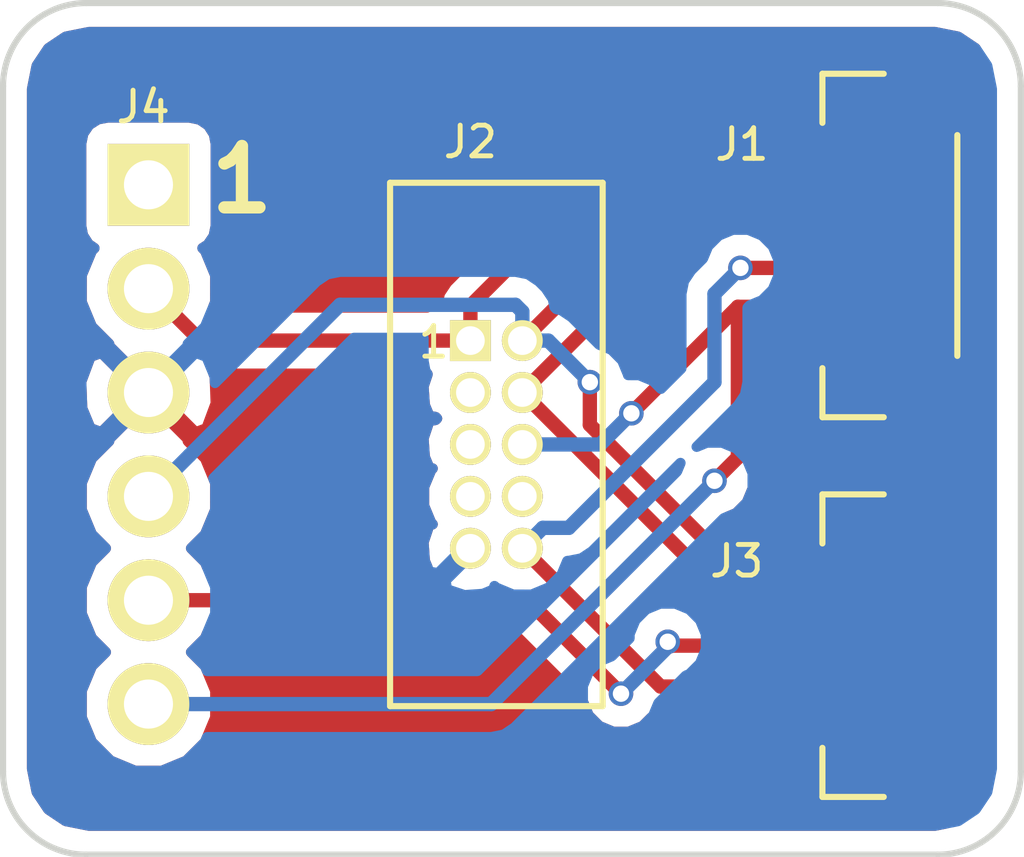
<source format=kicad_pcb>
(kicad_pcb (version 4) (host pcbnew 4.0.0-rc1-stable)

  (general
    (links 19)
    (no_connects 6)
    (area 136.322999 94.158999 161.522 115.137001)
    (thickness 1.6)
    (drawings 11)
    (tracks 52)
    (zones 0)
    (modules 4)
    (nets 9)
  )

  (page A4)
  (layers
    (0 F.Cu signal)
    (31 B.Cu signal)
    (32 B.Adhes user)
    (33 F.Adhes user)
    (34 B.Paste user)
    (35 F.Paste user)
    (36 B.SilkS user)
    (37 F.SilkS user)
    (38 B.Mask user)
    (39 F.Mask user)
    (40 Dwgs.User user)
    (41 Cmts.User user)
    (42 Eco1.User user)
    (43 Eco2.User user)
    (44 Edge.Cuts user)
    (45 Margin user)
    (46 B.CrtYd user)
    (47 F.CrtYd user)
    (48 B.Fab user)
    (49 F.Fab user)
  )

  (setup
    (last_trace_width 0.25)
    (user_trace_width 0.35)
    (trace_clearance 0.2)
    (zone_clearance 0.508)
    (zone_45_only no)
    (trace_min 0.2)
    (segment_width 0.2)
    (edge_width 0.15)
    (via_size 0.6)
    (via_drill 0.4)
    (via_min_size 0.4)
    (via_min_drill 0.3)
    (uvia_size 0.3)
    (uvia_drill 0.1)
    (uvias_allowed no)
    (uvia_min_size 0.2)
    (uvia_min_drill 0.1)
    (pcb_text_width 0.3)
    (pcb_text_size 1.5 1.5)
    (mod_edge_width 0.15)
    (mod_text_size 1 1)
    (mod_text_width 0.15)
    (pad_size 1.524 1.524)
    (pad_drill 0.762)
    (pad_to_mask_clearance 0.2)
    (aux_axis_origin 0 0)
    (visible_elements 7FFFFFFF)
    (pcbplotparams
      (layerselection 0x010f0_80000001)
      (usegerberextensions false)
      (excludeedgelayer true)
      (linewidth 0.100000)
      (plotframeref false)
      (viasonmask false)
      (mode 1)
      (useauxorigin false)
      (hpglpennumber 1)
      (hpglpenspeed 20)
      (hpglpendiameter 15)
      (hpglpenoverlay 2)
      (psnegative false)
      (psa4output false)
      (plotreference true)
      (plotvalue true)
      (plotinvisibletext false)
      (padsonsilk false)
      (subtractmaskfromsilk false)
      (outputformat 1)
      (mirror false)
      (drillshape 0)
      (scaleselection 1)
      (outputdirectory gerbers))
  )

  (net 0 "")
  (net 1 /vcc)
  (net 2 /icspdat/swdio)
  (net 3 /icspclk/swdclk)
  (net 4 /mclr/nreset)
  (net 5 /swo/lvp)
  (net 6 GND)
  (net 7 "Net-(J2-Pad7)")
  (net 8 "Net-(J2-Pad8)")

  (net_class Default "This is the default net class."
    (clearance 0.2)
    (trace_width 0.25)
    (via_dia 0.6)
    (via_drill 0.4)
    (uvia_dia 0.3)
    (uvia_drill 0.1)
    (add_net /icspclk/swdclk)
    (add_net /icspdat/swdio)
    (add_net /mclr/nreset)
    (add_net /swo/lvp)
    (add_net /vcc)
    (add_net GND)
    (add_net "Net-(J2-Pad7)")
    (add_net "Net-(J2-Pad8)")
  )

  (module kicadlib:SMD_JST_6_PIN_VERT (layer F.Cu) (tedit 5642AEA9) (tstamp 56422294)
    (at 156.337 97.663 270)
    (path /564209BA)
    (fp_text reference J1 (at 0.028 1.868 360) (layer F.SilkS)
      (effects (font (size 0.75 0.75) (thickness 0.12)))
    )
    (fp_text value ARM_NOAH_6PIN (at 2.4 -4.4 270) (layer F.Fab)
      (effects (font (size 0.75 0.75) (thickness 0.12)))
    )
    (fp_line (start 5.5 -0.1) (end 6.7 -0.1) (layer F.SilkS) (width 0.15))
    (fp_line (start 6.7 -1.6) (end 6.7 -0.1) (layer F.SilkS) (width 0.15))
    (fp_line (start -1.7 -1.6) (end -1.7 -0.1) (layer F.SilkS) (width 0.15))
    (fp_line (start -0.5 -0.1) (end -1.7 -0.1) (layer F.SilkS) (width 0.15))
    (fp_line (start -0.2 -3.4) (end 5.2 -3.4) (layer F.SilkS) (width 0.15))
    (pad 1 smd rect (at 0 0 270) (size 0.6 1.675) (layers F.Cu F.Paste F.Mask)
      (net 1 /vcc))
    (pad 2 smd rect (at 1 0 270) (size 0.6 1.675) (layers F.Cu F.Paste F.Mask)
      (net 2 /icspdat/swdio))
    (pad 3 smd rect (at 2 0 270) (size 0.6 1.675) (layers F.Cu F.Paste F.Mask)
      (net 3 /icspclk/swdclk))
    (pad 4 smd rect (at 3 0 270) (size 0.6 1.675) (layers F.Cu F.Paste F.Mask)
      (net 4 /mclr/nreset))
    (pad 5 smd rect (at 4 0 270) (size 0.6 1.675) (layers F.Cu F.Paste F.Mask)
      (net 5 /swo/lvp))
    (pad 6 smd rect (at 5 0 270) (size 0.6 1.675) (layers F.Cu F.Paste F.Mask)
      (net 6 GND))
    (pad "" smd rect (at 6.1 -2.8 270) (size 1.2 1.8) (layers F.Cu F.Paste F.Mask))
    (pad "" smd rect (at -1.1 -2.8 270) (size 1.2 1.8) (layers F.Cu F.Paste F.Mask))
    (model ${KIPRJMOD}/kicadlib/kicadlib.pretty/models/SMD_6_PIN_JST_VERT.wrl
      (at (xyz 0.099 0.1 0))
      (scale (xyz 0.39 0.39 0.39))
      (rotate (xyz -90 0 0))
    )
  )

  (module kicadlib:ARM_10_PIN (layer F.Cu) (tedit 563F468F) (tstamp 564222A7)
    (at 148.463 105.029)
    (path /5638E4A4)
    (fp_text reference J2 (at -0.635 -7.4) (layer F.SilkS)
      (effects (font (size 0.75 0.75) (thickness 0.12)))
    )
    (fp_text value ARM_10PIN (at -0.635 7.3) (layer F.Fab)
      (effects (font (size 0.75 0.75) (thickness 0.12)))
    )
    (fp_line (start -2.6 -6.4) (end 2.6 -6.4) (layer F.SilkS) (width 0.15))
    (fp_line (start -2.6 6.4) (end -2.6 -6.4) (layer F.SilkS) (width 0.15))
    (fp_line (start 2.6 6.4) (end -2.6 6.4) (layer F.SilkS) (width 0.15))
    (fp_line (start 2.6 -6.4) (end 2.6 6.4) (layer F.SilkS) (width 0.15))
    (fp_text user 1 (at -1.535 -2.5) (layer F.SilkS)
      (effects (font (size 0.75 0.75) (thickness 0.12)))
    )
    (pad 1 thru_hole rect (at -0.635 -2.54) (size 1 1) (drill 0.70104) (layers *.Cu *.Mask F.SilkS)
      (net 1 /vcc))
    (pad 2 thru_hole circle (at 0.635 -2.54) (size 1 1) (drill 0.70104) (layers *.Cu *.Mask F.SilkS)
      (net 2 /icspdat/swdio))
    (pad 3 thru_hole circle (at -0.635 -1.27) (size 1 1) (drill 0.70104) (layers *.Cu *.Mask F.SilkS)
      (net 6 GND))
    (pad 4 thru_hole circle (at 0.635 -1.27) (size 1 1) (drill 0.70104) (layers *.Cu *.Mask F.SilkS)
      (net 3 /icspclk/swdclk))
    (pad 5 thru_hole circle (at -0.635 0) (size 1 1) (drill 0.70104) (layers *.Cu *.Mask F.SilkS)
      (net 6 GND))
    (pad 6 thru_hole circle (at 0.635 0) (size 1 1) (drill 0.70104) (layers *.Cu *.Mask F.SilkS)
      (net 5 /swo/lvp))
    (pad 7 thru_hole circle (at -0.635 1.27) (size 1 1) (drill 0.70104) (layers *.Cu *.Mask F.SilkS)
      (net 7 "Net-(J2-Pad7)"))
    (pad 8 thru_hole circle (at 0.635 1.27) (size 1 1) (drill 0.70104) (layers *.Cu *.Mask F.SilkS)
      (net 8 "Net-(J2-Pad8)"))
    (pad 9 thru_hole circle (at -0.635 2.54) (size 1 1) (drill 0.70104) (layers *.Cu *.Mask F.SilkS)
      (net 6 GND))
    (pad 10 thru_hole circle (at 0.635 2.54) (size 1 1) (drill 0.70104) (layers *.Cu *.Mask F.SilkS)
      (net 4 /mclr/nreset))
    (model ${KIPRJMOD}/kicadlib/kicadlib.pretty/models/ARM_10_PIN_TH_SHRD.wrl
      (at (xyz -0.102 -0.25 0))
      (scale (xyz 0.395 0.4 0.4))
      (rotate (xyz 0 0 -90))
    )
  )

  (module kicadlib:SMD_JST_5_PIN_VERT (layer F.Cu) (tedit 5642AEAC) (tstamp 564222B6)
    (at 156.337 107.95 270)
    (path /563A3135)
    (fp_text reference J3 (at -0.066 1.995 360) (layer F.SilkS)
      (effects (font (size 0.75 0.75) (thickness 0.12)))
    )
    (fp_text value ARM_NOAH_5PIN (at 2.4 -4.4 270) (layer F.Fab)
      (effects (font (size 0.75 0.75) (thickness 0.12)))
    )
    (fp_line (start 4.5 -0.1) (end 5.7 -0.1) (layer F.SilkS) (width 0.15))
    (fp_line (start 5.7 -1.6) (end 5.7 -0.1) (layer F.SilkS) (width 0.15))
    (fp_line (start -1.7 -1.6) (end -1.7 -0.1) (layer F.SilkS) (width 0.15))
    (fp_line (start -0.5 -0.1) (end -1.7 -0.1) (layer F.SilkS) (width 0.15))
    (pad 1 smd rect (at 0 0 270) (size 0.6 1.675) (layers F.Cu F.Paste F.Mask)
      (net 1 /vcc))
    (pad 2 smd rect (at 1 0 270) (size 0.6 1.675) (layers F.Cu F.Paste F.Mask)
      (net 2 /icspdat/swdio))
    (pad 3 smd rect (at 2 0 270) (size 0.6 1.675) (layers F.Cu F.Paste F.Mask)
      (net 3 /icspclk/swdclk))
    (pad 4 smd rect (at 3 0 270) (size 0.6 1.675) (layers F.Cu F.Paste F.Mask)
      (net 4 /mclr/nreset))
    (pad 5 smd rect (at 4 0 270) (size 0.6 1.675) (layers F.Cu F.Paste F.Mask)
      (net 6 GND))
    (pad "" smd rect (at 5.1 -2.8 270) (size 1.2 1.8) (layers F.Cu F.Paste F.Mask))
    (pad "" smd rect (at -1.1 -2.8 270) (size 1.2 1.8) (layers F.Cu F.Paste F.Mask))
    (model ${KIPRJMOD}/kicadlib/kicadlib.pretty/models/SMD_5_PIN_JST_VERT.wrl
      (at (xyz 0.078 0.1 0))
      (scale (xyz 0.39 0.39 0.39))
      (rotate (xyz -90 0 0))
    )
  )

  (module kicadlib:TH_6X1_HDR (layer F.Cu) (tedit 5642AEA2) (tstamp 5642B813)
    (at 139.954 98.679 270)
    (path /563A32E2)
    (fp_text reference J4 (at -1.905 0.127 360) (layer F.SilkS)
      (effects (font (size 0.75 0.75) (thickness 0.12)))
    )
    (fp_text value PICKIT_HDR (at 14.986 0 360) (layer F.Fab)
      (effects (font (size 0.75 0.75) (thickness 0.12)))
    )
    (pad 1 thru_hole rect (at 0 0 270) (size 2 2) (drill 1.2) (layers *.Cu *.Mask F.SilkS)
      (net 4 /mclr/nreset))
    (pad 2 thru_hole circle (at 2.54 0 270) (size 2 2) (drill 1.2) (layers *.Cu *.Mask F.SilkS)
      (net 1 /vcc))
    (pad 3 thru_hole circle (at 5.08 0 270) (size 2 2) (drill 1.2) (layers *.Cu *.Mask F.SilkS)
      (net 6 GND))
    (pad 4 thru_hole circle (at 7.62 0 270) (size 2 2) (drill 1.2) (layers *.Cu *.Mask F.SilkS)
      (net 2 /icspdat/swdio))
    (pad 5 thru_hole circle (at 10.16 0 270) (size 2 2) (drill 1.2) (layers *.Cu *.Mask F.SilkS)
      (net 3 /icspclk/swdclk))
    (pad 6 thru_hole circle (at 12.7 0 270) (size 2 2) (drill 1.2) (layers *.Cu *.Mask F.SilkS)
      (net 5 /swo/lvp))
    (model ${KIPRJMOD}/kicadlib/kicadlib.pretty/models/TH_6_PIN_HDR.wrl
      (at (xyz -0.1 0 0.1))
      (scale (xyz 0.395 0.395 0.395))
      (rotate (xyz -90 0 0))
    )
  )

  (gr_text "JST PROG ADAPT V1" (at 148.082 113.538) (layer F.Mask)
    (effects (font (size 1 1) (thickness 0.15)))
  )
  (gr_text 1 (at 142.24 98.552) (layer F.SilkS)
    (effects (font (size 1.5 1.5) (thickness 0.3)))
  )
  (gr_text "github.com/noahp/jpa\nv1" (at 157.734 104.648 270) (layer B.Mask)
    (effects (font (size 1 1) (thickness 0.15)) (justify mirror))
  )
  (gr_line (start 136.398 113.03) (end 136.398 96.266) (angle 90) (layer Edge.Cuts) (width 0.15))
  (gr_line (start 159.258 115.062) (end 138.43 115.062) (angle 90) (layer Edge.Cuts) (width 0.15))
  (gr_line (start 161.29 96.266) (end 161.29 113.03) (angle 90) (layer Edge.Cuts) (width 0.15))
  (gr_arc (start 138.43 113.03) (end 138.43 115.062) (angle 90) (layer Edge.Cuts) (width 0.15))
  (gr_arc (start 159.258 113.03) (end 161.29 113.03) (angle 90) (layer Edge.Cuts) (width 0.15))
  (gr_line (start 159.258 94.234) (end 138.43 94.234) (angle 90) (layer Edge.Cuts) (width 0.15))
  (gr_arc (start 159.258 96.266) (end 159.258 94.234) (angle 90) (layer Edge.Cuts) (width 0.15))
  (gr_arc (start 138.43 96.266) (end 136.398 96.266) (angle 90) (layer Edge.Cuts) (width 0.15))

  (segment (start 147.828 102.489) (end 147.828 101.639) (width 0.35) (layer F.Cu) (net 1))
  (segment (start 147.828 101.639) (end 151.804 97.663) (width 0.35) (layer F.Cu) (net 1))
  (segment (start 151.804 97.663) (end 155.1495 97.663) (width 0.35) (layer F.Cu) (net 1))
  (segment (start 155.1495 97.663) (end 156.337 97.663) (width 0.35) (layer F.Cu) (net 1))
  (segment (start 139.954 101.219) (end 141.224 102.489) (width 0.35) (layer F.Cu) (net 1))
  (segment (start 141.224 102.489) (end 147.828 102.489) (width 0.35) (layer F.Cu) (net 1))
  (segment (start 149.098 102.489) (end 149.098 101.781894) (width 0.35) (layer B.Cu) (net 2))
  (segment (start 149.098 101.781894) (end 148.930105 101.613999) (width 0.35) (layer B.Cu) (net 2))
  (segment (start 148.930105 101.613999) (end 144.639001 101.613999) (width 0.35) (layer B.Cu) (net 2))
  (segment (start 144.639001 101.613999) (end 140.953999 105.299001) (width 0.35) (layer B.Cu) (net 2))
  (segment (start 140.953999 105.299001) (end 139.954 106.299) (width 0.35) (layer B.Cu) (net 2))
  (segment (start 150.749 103.505) (end 150.749 104.5495) (width 0.35) (layer F.Cu) (net 2))
  (segment (start 150.749 104.5495) (end 155.1495 108.95) (width 0.35) (layer F.Cu) (net 2))
  (segment (start 155.1495 108.95) (end 156.337 108.95) (width 0.35) (layer F.Cu) (net 2))
  (segment (start 149.098 102.489) (end 149.733 102.489) (width 0.35) (layer B.Cu) (net 2))
  (segment (start 149.733 102.489) (end 150.749 103.505) (width 0.35) (layer B.Cu) (net 2))
  (via (at 150.749 103.505) (size 0.6) (drill 0.4) (layers F.Cu B.Cu) (net 2))
  (segment (start 149.098 102.489) (end 152.924 98.663) (width 0.35) (layer F.Cu) (net 2))
  (segment (start 152.924 98.663) (end 156.337 98.663) (width 0.35) (layer F.Cu) (net 2))
  (segment (start 151.511 111.125) (end 149.225 108.839) (width 0.35) (layer F.Cu) (net 3))
  (segment (start 149.225 108.839) (end 139.954 108.839) (width 0.35) (layer F.Cu) (net 3))
  (segment (start 152.654 109.855) (end 152.654 109.982) (width 0.35) (layer B.Cu) (net 3))
  (segment (start 152.654 109.982) (end 151.511 111.125) (width 0.35) (layer B.Cu) (net 3))
  (via (at 151.511 111.125) (size 0.6) (drill 0.4) (layers F.Cu B.Cu) (net 3))
  (segment (start 156.337 109.95) (end 152.749 109.95) (width 0.35) (layer F.Cu) (net 3))
  (segment (start 152.749 109.95) (end 152.654 109.855) (width 0.35) (layer F.Cu) (net 3))
  (via (at 152.654 109.855) (size 0.6) (drill 0.4) (layers F.Cu B.Cu) (net 3))
  (segment (start 149.098 103.759) (end 153.194 99.663) (width 0.35) (layer F.Cu) (net 3))
  (segment (start 153.194 99.663) (end 156.337 99.663) (width 0.35) (layer F.Cu) (net 3))
  (segment (start 156.305 99.695) (end 156.337 99.663) (width 0.35) (layer F.Cu) (net 3))
  (segment (start 149.098 103.759) (end 155.289 109.95) (width 0.35) (layer F.Cu) (net 3))
  (segment (start 155.289 109.95) (end 156.337 109.95) (width 0.35) (layer F.Cu) (net 3))
  (segment (start 154.432 100.711) (end 156.289 100.711) (width 0.35) (layer F.Cu) (net 4))
  (segment (start 156.289 100.711) (end 156.337 100.663) (width 0.35) (layer F.Cu) (net 4))
  (segment (start 153.797 103.505) (end 153.797 101.346) (width 0.35) (layer B.Cu) (net 4))
  (segment (start 153.797 101.346) (end 154.432 100.711) (width 0.35) (layer B.Cu) (net 4))
  (via (at 154.432 100.711) (size 0.6) (drill 0.4) (layers F.Cu B.Cu) (net 4))
  (segment (start 150.232999 107.069001) (end 153.797 103.505) (width 0.35) (layer B.Cu) (net 4))
  (segment (start 149.098 107.569) (end 149.597999 107.069001) (width 0.35) (layer B.Cu) (net 4))
  (segment (start 149.597999 107.069001) (end 150.232999 107.069001) (width 0.35) (layer B.Cu) (net 4))
  (segment (start 149.098 107.569) (end 152.479 110.95) (width 0.35) (layer F.Cu) (net 4))
  (segment (start 152.479 110.95) (end 156.337 110.95) (width 0.35) (layer F.Cu) (net 4))
  (segment (start 153.797 105.918) (end 148.336 111.379) (width 0.35) (layer B.Cu) (net 5))
  (segment (start 148.336 111.379) (end 139.954 111.379) (width 0.35) (layer B.Cu) (net 5))
  (segment (start 154.369 101.663) (end 154.369 105.346) (width 0.35) (layer F.Cu) (net 5))
  (segment (start 154.369 105.346) (end 153.797 105.918) (width 0.35) (layer F.Cu) (net 5))
  (via (at 153.797 105.918) (size 0.6) (drill 0.4) (layers F.Cu B.Cu) (net 5))
  (segment (start 151.765 104.267) (end 154.369 101.663) (width 0.35) (layer F.Cu) (net 5))
  (segment (start 154.369 101.663) (end 156.337 101.663) (width 0.35) (layer F.Cu) (net 5))
  (segment (start 149.098 105.029) (end 151.003 105.029) (width 0.35) (layer B.Cu) (net 5))
  (segment (start 151.003 105.029) (end 151.765 104.267) (width 0.35) (layer B.Cu) (net 5))
  (via (at 151.765 104.267) (size 0.6) (drill 0.4) (layers F.Cu B.Cu) (net 5))

  (zone (net 6) (net_name GND) (layer F.Cu) (tstamp 5642B8C6) (hatch edge 0.508)
    (connect_pads (clearance 0.508))
    (min_thickness 0.254)
    (fill yes (arc_segments 16) (thermal_gap 0.508) (thermal_bridge_width 0.508))
    (polygon
      (pts
        (xy 161.29 115.062) (xy 136.398 115.062) (xy 136.398 94.234) (xy 161.29 94.234) (xy 161.29 115.062)
      )
    )
    (filled_polygon
      (pts
        (xy 159.758585 95.057482) (xy 160.182961 95.341042) (xy 160.18611 95.345756) (xy 160.037 95.31556) (xy 158.237 95.31556)
        (xy 158.001683 95.359838) (xy 157.785559 95.49891) (xy 157.640569 95.71111) (xy 157.58956 95.963) (xy 157.58956 96.878058)
        (xy 157.42639 96.766569) (xy 157.1745 96.71556) (xy 155.4995 96.71556) (xy 155.264183 96.759838) (xy 155.119405 96.853)
        (xy 151.804 96.853) (xy 151.494026 96.914658) (xy 151.362635 97.002451) (xy 151.231243 97.090244) (xy 147.255244 101.066244)
        (xy 147.079658 101.329026) (xy 147.064787 101.403789) (xy 146.876559 101.52491) (xy 146.771274 101.679) (xy 141.559513 101.679)
        (xy 141.541022 101.660509) (xy 141.588716 101.545648) (xy 141.589284 100.895205) (xy 141.340894 100.294057) (xy 141.274379 100.227426)
        (xy 141.405441 100.14309) (xy 141.550431 99.93089) (xy 141.60144 99.679) (xy 141.60144 97.679) (xy 141.557162 97.443683)
        (xy 141.41809 97.227559) (xy 141.20589 97.082569) (xy 140.954 97.03156) (xy 138.954 97.03156) (xy 138.718683 97.075838)
        (xy 138.502559 97.21491) (xy 138.357569 97.42711) (xy 138.30656 97.679) (xy 138.30656 99.679) (xy 138.350838 99.914317)
        (xy 138.48991 100.130441) (xy 138.632561 100.22791) (xy 138.568722 100.291637) (xy 138.319284 100.892352) (xy 138.318716 101.542795)
        (xy 138.567106 102.143943) (xy 138.993978 102.571562) (xy 138.981073 102.606468) (xy 139.954 103.579395) (xy 139.968143 103.565253)
        (xy 140.147748 103.744858) (xy 140.133605 103.759) (xy 141.106532 104.731927) (xy 141.373387 104.633264) (xy 141.599908 104.023539)
        (xy 141.575856 103.37354) (xy 141.544981 103.299) (xy 146.772895 103.299) (xy 146.780845 103.311355) (xy 146.679888 103.613972)
        (xy 146.711783 104.064375) (xy 146.822783 104.332352) (xy 146.978662 104.35927) (xy 147.013392 104.394) (xy 146.978662 104.42873)
        (xy 146.822783 104.455648) (xy 146.679888 104.883972) (xy 146.711783 105.334375) (xy 146.822783 105.602352) (xy 146.905092 105.616566)
        (xy 146.866355 105.655235) (xy 146.693197 106.072244) (xy 146.692803 106.523775) (xy 146.865233 106.941086) (xy 146.905449 106.981373)
        (xy 146.822783 106.995648) (xy 146.679888 107.423972) (xy 146.711783 107.874375) (xy 146.775831 108.029) (xy 141.388388 108.029)
        (xy 141.340894 107.914057) (xy 140.996241 107.568801) (xy 141.339278 107.226363) (xy 141.588716 106.625648) (xy 141.589284 105.975205)
        (xy 141.340894 105.374057) (xy 140.914022 104.946438) (xy 140.926927 104.911532) (xy 139.954 103.938605) (xy 138.981073 104.911532)
        (xy 138.994164 104.946938) (xy 138.568722 105.371637) (xy 138.319284 105.972352) (xy 138.318716 106.622795) (xy 138.567106 107.223943)
        (xy 138.911759 107.569199) (xy 138.568722 107.911637) (xy 138.319284 108.512352) (xy 138.318716 109.162795) (xy 138.567106 109.763943)
        (xy 138.911759 110.109199) (xy 138.568722 110.451637) (xy 138.319284 111.052352) (xy 138.318716 111.702795) (xy 138.567106 112.303943)
        (xy 139.026637 112.764278) (xy 139.627352 113.013716) (xy 140.277795 113.014284) (xy 140.878943 112.765894) (xy 141.339278 112.306363)
        (xy 141.368599 112.23575) (xy 154.8645 112.23575) (xy 154.8645 112.376309) (xy 154.961173 112.609698) (xy 155.139801 112.788327)
        (xy 155.37319 112.885) (xy 156.05125 112.885) (xy 156.21 112.72625) (xy 156.21 112.077) (xy 155.02325 112.077)
        (xy 154.8645 112.23575) (xy 141.368599 112.23575) (xy 141.588716 111.705648) (xy 141.589284 111.055205) (xy 141.340894 110.454057)
        (xy 140.996241 110.108801) (xy 141.339278 109.766363) (xy 141.388011 109.649) (xy 148.889488 109.649) (xy 150.593571 111.353084)
        (xy 150.717883 111.653943) (xy 150.980673 111.917192) (xy 151.324201 112.059838) (xy 151.696167 112.060162) (xy 152.039943 111.918117)
        (xy 152.244969 111.713448) (xy 152.479 111.76) (xy 154.96025 111.76) (xy 155.02325 111.823) (xy 155.213318 111.823)
        (xy 155.24761 111.846431) (xy 155.4995 111.89744) (xy 157.1745 111.89744) (xy 157.409817 111.853162) (xy 157.45669 111.823)
        (xy 157.65075 111.823) (xy 157.8095 111.66425) (xy 157.8095 111.523691) (xy 157.78063 111.453993) (xy 157.82194 111.25)
        (xy 157.82194 110.65) (xy 157.782926 110.442658) (xy 157.82194 110.25) (xy 157.82194 109.65) (xy 157.782926 109.442658)
        (xy 157.82194 109.25) (xy 157.82194 108.65) (xy 157.782926 108.442658) (xy 157.82194 108.25) (xy 157.82194 107.934942)
        (xy 157.98511 108.046431) (xy 158.237 108.09744) (xy 160.037 108.09744) (xy 160.272317 108.053162) (xy 160.488441 107.91409)
        (xy 160.58 107.780089) (xy 160.58 112.121189) (xy 160.50109 111.998559) (xy 160.28889 111.853569) (xy 160.037 111.80256)
        (xy 158.237 111.80256) (xy 158.001683 111.846838) (xy 157.785559 111.98591) (xy 157.693862 112.120112) (xy 157.65075 112.077)
        (xy 156.464 112.077) (xy 156.464 112.72625) (xy 156.62275 112.885) (xy 157.30081 112.885) (xy 157.534199 112.788327)
        (xy 157.58956 112.732966) (xy 157.58956 113.65) (xy 157.633838 113.885317) (xy 157.77291 114.101441) (xy 157.98511 114.246431)
        (xy 158.237 114.29744) (xy 159.462362 114.29744) (xy 159.188069 114.352) (xy 138.499931 114.352) (xy 137.929414 114.238517)
        (xy 137.505042 113.954961) (xy 137.221482 113.530585) (xy 137.108 112.960069) (xy 137.108 103.494461) (xy 138.308092 103.494461)
        (xy 138.332144 104.14446) (xy 138.534613 104.633264) (xy 138.801468 104.731927) (xy 139.774395 103.759) (xy 138.801468 102.786073)
        (xy 138.534613 102.884736) (xy 138.308092 103.494461) (xy 137.108 103.494461) (xy 137.108 96.335931) (xy 137.221482 95.765415)
        (xy 137.505042 95.341039) (xy 137.929414 95.057483) (xy 138.499931 94.944) (xy 159.188069 94.944)
      )
    )
    (filled_polygon
      (pts
        (xy 147.900955 107.434065) (xy 147.963063 107.496173) (xy 147.962936 107.641954) (xy 147.842143 107.762748) (xy 147.828 107.748605)
        (xy 147.813858 107.762748) (xy 147.634253 107.583143) (xy 147.648395 107.569) (xy 147.634253 107.554858) (xy 147.755173 107.433937)
      )
    )
    (filled_polygon
      (pts
        (xy 160.58 102.834189) (xy 160.50109 102.711559) (xy 160.28889 102.566569) (xy 160.037 102.51556) (xy 158.237 102.51556)
        (xy 158.001683 102.559838) (xy 157.785559 102.69891) (xy 157.693862 102.833112) (xy 157.65075 102.79) (xy 156.464 102.79)
        (xy 156.464 103.43925) (xy 156.62275 103.598) (xy 157.30081 103.598) (xy 157.534199 103.501327) (xy 157.58956 103.445966)
        (xy 157.58956 104.363) (xy 157.633838 104.598317) (xy 157.77291 104.814441) (xy 157.98511 104.959431) (xy 158.237 105.01044)
        (xy 160.037 105.01044) (xy 160.272317 104.966162) (xy 160.488441 104.82709) (xy 160.58 104.693089) (xy 160.58 105.921189)
        (xy 160.50109 105.798559) (xy 160.28889 105.653569) (xy 160.037 105.60256) (xy 158.237 105.60256) (xy 158.001683 105.646838)
        (xy 157.785559 105.78591) (xy 157.640569 105.99811) (xy 157.58956 106.25) (xy 157.58956 107.165058) (xy 157.42639 107.053569)
        (xy 157.1745 107.00256) (xy 155.4995 107.00256) (xy 155.264183 107.046838) (xy 155.048059 107.18591) (xy 154.903069 107.39811)
        (xy 154.876134 107.531121) (xy 154.135018 106.790005) (xy 154.325943 106.711117) (xy 154.589192 106.448327) (xy 154.714884 106.145629)
        (xy 154.941756 105.918757) (xy 155.065986 105.732833) (xy 155.117342 105.655974) (xy 155.179 105.346) (xy 155.179 103.517564)
        (xy 155.37319 103.598) (xy 156.05125 103.598) (xy 156.21 103.43925) (xy 156.21 102.79) (xy 156.19 102.79)
        (xy 156.19 102.61044) (xy 157.1745 102.61044) (xy 157.409817 102.566162) (xy 157.45669 102.536) (xy 157.65075 102.536)
        (xy 157.8095 102.37725) (xy 157.8095 102.236691) (xy 157.78063 102.166993) (xy 157.82194 101.963) (xy 157.82194 101.363)
        (xy 157.782926 101.155658) (xy 157.82194 100.963) (xy 157.82194 100.363) (xy 157.782926 100.155658) (xy 157.82194 99.963)
        (xy 157.82194 99.363) (xy 157.782926 99.155658) (xy 157.82194 98.963) (xy 157.82194 98.363) (xy 157.782926 98.155658)
        (xy 157.82194 97.963) (xy 157.82194 97.647942) (xy 157.98511 97.759431) (xy 158.237 97.81044) (xy 160.037 97.81044)
        (xy 160.272317 97.766162) (xy 160.488441 97.62709) (xy 160.58 97.493089)
      )
    )
    (filled_polygon
      (pts
        (xy 147.963063 104.956173) (xy 147.962935 105.101955) (xy 147.900827 105.164063) (xy 147.755046 105.163936) (xy 147.634253 105.043143)
        (xy 147.648395 105.029) (xy 147.634253 105.014858) (xy 147.746497 104.902613) (xy 147.898723 104.891833)
      )
    )
    (filled_polygon
      (pts
        (xy 147.963063 103.686173) (xy 147.962935 103.831955) (xy 147.909503 103.885387) (xy 147.757276 103.896166) (xy 147.634253 103.773143)
        (xy 147.648395 103.759) (xy 147.634253 103.744858) (xy 147.74267 103.63644) (xy 147.91333 103.63644)
      )
    )
  )
  (zone (net 6) (net_name GND) (layer B.Cu) (tstamp 5642B8C6) (hatch edge 0.508)
    (connect_pads (clearance 0.508))
    (min_thickness 0.254)
    (fill yes (arc_segments 16) (thermal_gap 0.508) (thermal_bridge_width 0.508))
    (polygon
      (pts
        (xy 161.29 115.062) (xy 136.398 115.062) (xy 136.398 94.234) (xy 161.29 94.234) (xy 161.29 115.062)
      )
    )
    (filled_polygon
      (pts
        (xy 159.758585 95.057482) (xy 160.182961 95.341042) (xy 160.466517 95.765414) (xy 160.58 96.335931) (xy 160.58 112.960069)
        (xy 160.466517 113.530586) (xy 160.182961 113.954958) (xy 159.758585 114.238518) (xy 159.188069 114.352) (xy 138.499931 114.352)
        (xy 137.929414 114.238517) (xy 137.505042 113.954961) (xy 137.221482 113.530585) (xy 137.108 112.960069) (xy 137.108 106.622795)
        (xy 138.318716 106.622795) (xy 138.567106 107.223943) (xy 138.911759 107.569199) (xy 138.568722 107.911637) (xy 138.319284 108.512352)
        (xy 138.318716 109.162795) (xy 138.567106 109.763943) (xy 138.911759 110.109199) (xy 138.568722 110.451637) (xy 138.319284 111.052352)
        (xy 138.318716 111.702795) (xy 138.567106 112.303943) (xy 139.026637 112.764278) (xy 139.627352 113.013716) (xy 140.277795 113.014284)
        (xy 140.878943 112.765894) (xy 141.339278 112.306363) (xy 141.388011 112.189) (xy 148.336 112.189) (xy 148.645974 112.127342)
        (xy 148.908756 111.951756) (xy 149.550345 111.310167) (xy 150.575838 111.310167) (xy 150.717883 111.653943) (xy 150.980673 111.917192)
        (xy 151.324201 112.059838) (xy 151.696167 112.060162) (xy 152.039943 111.918117) (xy 152.303192 111.655327) (xy 152.428884 111.352628)
        (xy 153.098508 110.683005) (xy 153.182943 110.648117) (xy 153.446192 110.385327) (xy 153.588838 110.041799) (xy 153.589162 109.669833)
        (xy 153.447117 109.326057) (xy 153.184327 109.062808) (xy 152.840799 108.920162) (xy 152.468833 108.919838) (xy 152.125057 109.061883)
        (xy 151.861808 109.324673) (xy 151.719162 109.668201) (xy 151.719072 109.771415) (xy 151.282917 110.20757) (xy 150.982057 110.331883)
        (xy 150.718808 110.594673) (xy 150.576162 110.938201) (xy 150.575838 111.310167) (xy 149.550345 111.310167) (xy 154.025084 106.835429)
        (xy 154.325943 106.711117) (xy 154.589192 106.448327) (xy 154.731838 106.104799) (xy 154.732162 105.732833) (xy 154.590117 105.389057)
        (xy 154.327327 105.125808) (xy 153.983799 104.983162) (xy 153.611833 104.982838) (xy 153.361056 105.086457) (xy 154.369757 104.077756)
        (xy 154.545343 103.814973) (xy 154.607 103.505) (xy 154.607 101.681512) (xy 154.660083 101.62843) (xy 154.960943 101.504117)
        (xy 155.224192 101.241327) (xy 155.366838 100.897799) (xy 155.367162 100.525833) (xy 155.225117 100.182057) (xy 154.962327 99.918808)
        (xy 154.618799 99.776162) (xy 154.246833 99.775838) (xy 153.903057 99.917883) (xy 153.639808 100.180673) (xy 153.514116 100.483372)
        (xy 153.224244 100.773244) (xy 153.048658 101.036026) (xy 152.987 101.346) (xy 152.987 103.169487) (xy 152.488335 103.668153)
        (xy 152.295327 103.474808) (xy 151.951799 103.332162) (xy 151.684151 103.331929) (xy 151.684162 103.319833) (xy 151.542117 102.976057)
        (xy 151.279327 102.712808) (xy 150.976629 102.587116) (xy 150.305756 101.916244) (xy 150.042974 101.740658) (xy 149.932824 101.718748)
        (xy 149.886136 101.671978) (xy 149.846342 101.47192) (xy 149.758549 101.340529) (xy 149.670756 101.209137) (xy 149.502861 101.041243)
        (xy 149.399073 100.971894) (xy 149.240079 100.865657) (xy 148.930105 100.803999) (xy 144.639001 100.803999) (xy 144.466898 100.838233)
        (xy 144.329028 100.865656) (xy 144.066245 101.041242) (xy 141.581497 103.525991) (xy 141.575856 103.37354) (xy 141.373387 102.884736)
        (xy 141.106532 102.786073) (xy 140.133605 103.759) (xy 140.147748 103.773143) (xy 139.968143 103.952748) (xy 139.954 103.938605)
        (xy 138.981073 104.911532) (xy 138.994164 104.946938) (xy 138.568722 105.371637) (xy 138.319284 105.972352) (xy 138.318716 106.622795)
        (xy 137.108 106.622795) (xy 137.108 103.494461) (xy 138.308092 103.494461) (xy 138.332144 104.14446) (xy 138.534613 104.633264)
        (xy 138.801468 104.731927) (xy 139.774395 103.759) (xy 138.801468 102.786073) (xy 138.534613 102.884736) (xy 138.308092 103.494461)
        (xy 137.108 103.494461) (xy 137.108 97.679) (xy 138.30656 97.679) (xy 138.30656 99.679) (xy 138.350838 99.914317)
        (xy 138.48991 100.130441) (xy 138.632561 100.22791) (xy 138.568722 100.291637) (xy 138.319284 100.892352) (xy 138.318716 101.542795)
        (xy 138.567106 102.143943) (xy 138.993978 102.571562) (xy 138.981073 102.606468) (xy 139.954 103.579395) (xy 140.926927 102.606468)
        (xy 140.913836 102.571062) (xy 141.339278 102.146363) (xy 141.588716 101.545648) (xy 141.589284 100.895205) (xy 141.340894 100.294057)
        (xy 141.274379 100.227426) (xy 141.405441 100.14309) (xy 141.550431 99.93089) (xy 141.60144 99.679) (xy 141.60144 97.679)
        (xy 141.557162 97.443683) (xy 141.41809 97.227559) (xy 141.20589 97.082569) (xy 140.954 97.03156) (xy 138.954 97.03156)
        (xy 138.718683 97.075838) (xy 138.502559 97.21491) (xy 138.357569 97.42711) (xy 138.30656 97.679) (xy 137.108 97.679)
        (xy 137.108 96.335931) (xy 137.221482 95.765415) (xy 137.505042 95.341039) (xy 137.929414 95.057483) (xy 138.499931 94.944)
        (xy 159.188069 94.944)
      )
    )
    (filled_polygon
      (pts
        (xy 146.68056 102.989) (xy 146.724838 103.224317) (xy 146.780845 103.311355) (xy 146.679888 103.613972) (xy 146.711783 104.064375)
        (xy 146.822783 104.332352) (xy 146.978662 104.35927) (xy 147.013392 104.394) (xy 146.978662 104.42873) (xy 146.822783 104.455648)
        (xy 146.679888 104.883972) (xy 146.711783 105.334375) (xy 146.822783 105.602352) (xy 146.905092 105.616566) (xy 146.866355 105.655235)
        (xy 146.693197 106.072244) (xy 146.692803 106.523775) (xy 146.865233 106.941086) (xy 146.905449 106.981373) (xy 146.822783 106.995648)
        (xy 146.679888 107.423972) (xy 146.711783 107.874375) (xy 146.822783 108.142352) (xy 147.037896 108.179499) (xy 147.648395 107.569)
        (xy 147.634253 107.554858) (xy 147.755173 107.433937) (xy 147.900955 107.434065) (xy 147.963063 107.496173) (xy 147.962936 107.641954)
        (xy 147.842143 107.762748) (xy 147.828 107.748605) (xy 147.217501 108.359104) (xy 147.254648 108.574217) (xy 147.682972 108.717112)
        (xy 148.133375 108.685217) (xy 148.401352 108.574217) (xy 148.415566 108.491908) (xy 148.454235 108.530645) (xy 148.871244 108.703803)
        (xy 149.322775 108.704197) (xy 149.740086 108.531767) (xy 150.059645 108.212765) (xy 150.198237 107.879001) (xy 150.232999 107.879001)
        (xy 150.542973 107.817343) (xy 150.805755 107.641757) (xy 152.96573 105.481782) (xy 152.879116 105.690371) (xy 148.000488 110.569)
        (xy 141.388388 110.569) (xy 141.340894 110.454057) (xy 140.996241 110.108801) (xy 141.339278 109.766363) (xy 141.588716 109.165648)
        (xy 141.589284 108.515205) (xy 141.340894 107.914057) (xy 140.996241 107.568801) (xy 141.339278 107.226363) (xy 141.588716 106.625648)
        (xy 141.589284 105.975205) (xy 141.540755 105.857757) (xy 144.974514 102.423999) (xy 146.68056 102.423999)
      )
    )
    (filled_polygon
      (pts
        (xy 147.963063 104.956173) (xy 147.962935 105.101955) (xy 147.900827 105.164063) (xy 147.755046 105.163936) (xy 147.634253 105.043143)
        (xy 147.648395 105.029) (xy 147.634253 105.014858) (xy 147.746497 104.902613) (xy 147.898723 104.891833)
      )
    )
    (filled_polygon
      (pts
        (xy 147.963063 103.686173) (xy 147.962935 103.831955) (xy 147.909503 103.885387) (xy 147.757276 103.896166) (xy 147.634253 103.773143)
        (xy 147.648395 103.759) (xy 147.634253 103.744858) (xy 147.74267 103.63644) (xy 147.91333 103.63644)
      )
    )
  )
)

</source>
